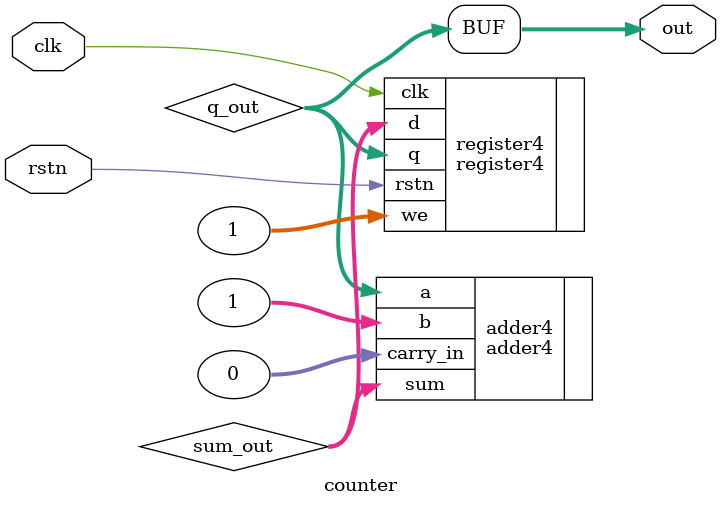
<source format=v>
module counter(
    input clk, 
    input rstn,
    output[3:0] out);

wire [3:0] q_out;
wire [3:0] sum_out;

adder4 adder4(
    .a(q_out),
    .b(1),
	.carry_in(0),
    .sum(sum_out)
);

register4 register4(
    .d(sum_out),
    .clk(clk),
    .rstn(rstn),
    .we(1),
    .q(q_out)
);

assign out = q_out;

endmodule

</source>
